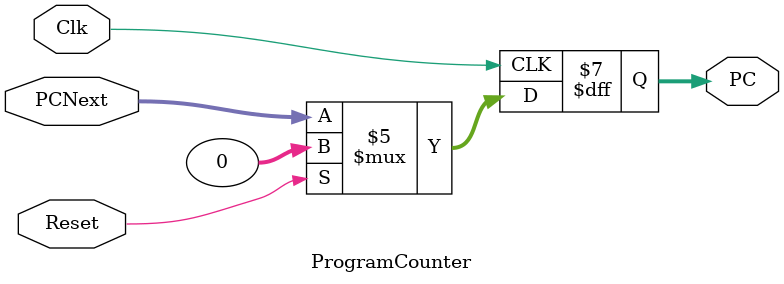
<source format=sv>
module ProgramCounter(PCNext, PC, Reset, Clk);
    input[31:0] PCNext;
    input Reset, Clk;
    output reg[31:0] PC;

    initial begin
        PC <= 32'b0;
    end

    always @(posedge Clk)
        begin
            if (Reset == 1)
                begin
                    PC <= 32'b0;
                end
            else
                begin
                    PC <= PCNext;
                end
        end

endmodule
</source>
